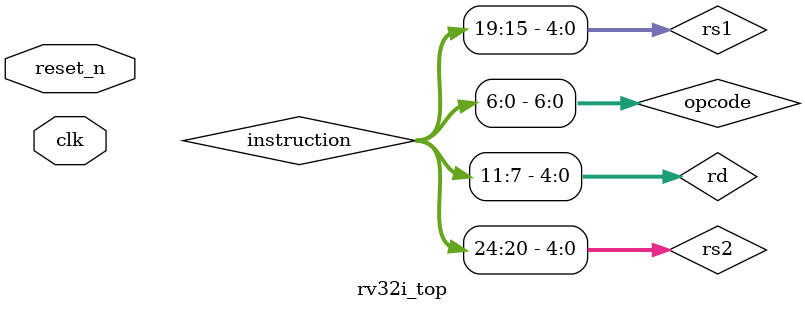
<source format=sv>
`timescale 1ns/1ps

module rv32i_top(
    input  logic clk,
    input  logic reset_n
);

    logic [31:0] pc;
    logic [31:0] next_pc;
    logic [31:0] instruction;
    logic [31:0] imm;
    logic [31:0] reg_read_data1, reg_read_data2;
    logic [31:0] alu_result;
    logic [31:0] mem_read_data;
    logic [3:0]  alu_ctrl;
    logic [6:0]  funct7;
    logic [2:0]  funct3;
    logic [6:0]  opcode;
    logic [4:0]  rs1, rs2, rd;
    logic        zero;
    logic        reg_write, mem_write, mem_to_reg, alu_src, branch;
    logic [1:0]  alu_op;

    program_counter pc_inst (
        .clk     (clk),
        .reset_n (reset_n),
        .data_in (next_pc),
        .data_o  (pc)
    );

    inst_mem imem (
        .address     (pc),
        .instruction (instruction)
    );

    assign opcode = instruction[6:0];
    assign rd     = instruction[11:7];
    assign funct3 = instruction[14:12];
    assign rs1    = instruction[19:15];
    assign rs2    = instruction[24:20];
    assign funct7 = instruction[31:25];

    main_control ctrl (
        .opcode     (opcode),
        .reg_write  (reg_write),
        .mem_write  (mem_write),
        .mem_to_reg (mem_to_reg),
        .alu_op     (alu_op),
        .alu_src    (alu_src),
        .branch     (branch)
    );

    imm_gen immg (
        .inst (instruction),
        .imm  (imm)
    );

    alu_control alu_ctrl_unit (
        .alu_op   (alu_op),
        .fun7     (funct7),
        .fun3     (funct3),
        .alu_ctrl (alu_ctrl)
    );

    logic [31:0] reg_write_data;
    reg_file regs (
        .clk       (clk),
        .reset_n   (reset_n),
        .reg_write (reg_write),
        .raddr1    (rs1),
        .raddr2    (rs2),
        .waddr     (rd),
        .wdata     (reg_write_data),
        .rdata1    (reg_read_data1),
        .rdata2    (reg_read_data2)
    );

    logic [31:0] alu_operand2;
    assign alu_operand2 = (alu_src) ? imm : reg_read_data2;

    alu alu_inst (
        .op1      (reg_read_data1),
        .op2      (alu_operand2),
        .alu_ctr  (alu_ctrl),
        .zero     (zero),
        .alu_resul(alu_result)
    );

    data_mem dmem (
        .clk       (clk),
        .reset_n   (reset_n),
        .mem_write (mem_write),
        .addr      (alu_result),
        .wdata     (reg_read_data2),
        .rdata     (mem_read_data)
    );

    assign reg_write_data = (mem_to_reg) ? mem_read_data : alu_result;

    logic [31:0] pc_plus_4;
    assign pc_plus_4 = pc + 4;
    assign next_pc   = (branch & zero) ? (pc + imm) : pc_plus_4;

endmodule

</source>
